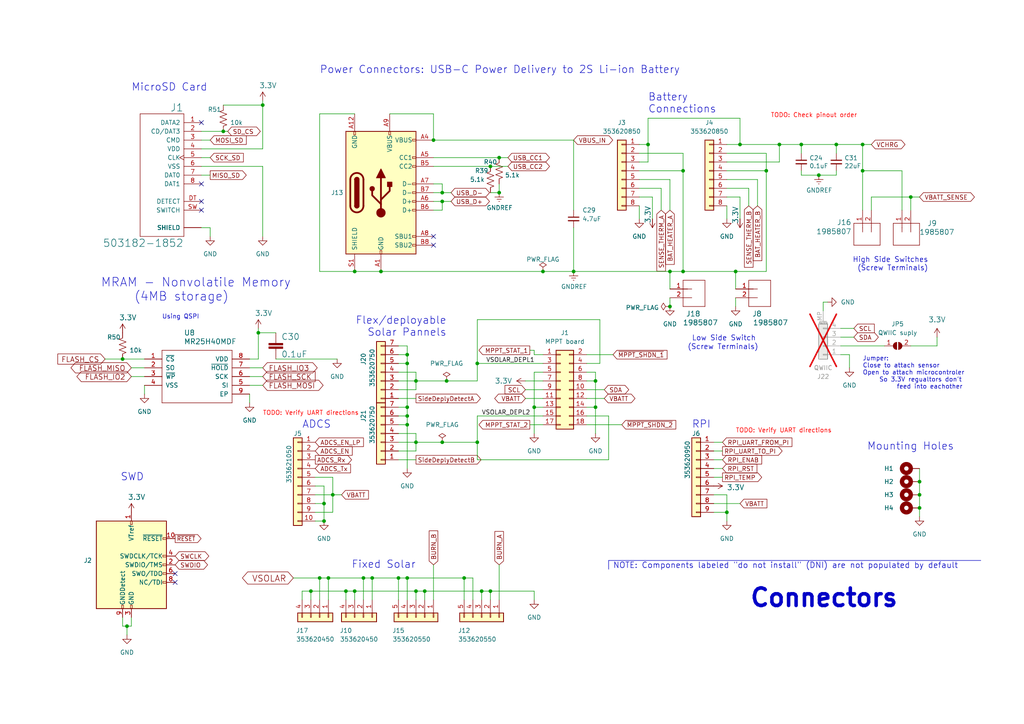
<source format=kicad_sch>
(kicad_sch (version 20230121) (generator eeschema)
  (paper "A4")
  (title_block (title "PyCubed Mainboard") (date "2024-05-14") (rev "v06b") (company "Stanford Student Space Initiative") (comment 1 "Ethan Brinser"))
  (junction (at 74.93 96.52))
  (junction (at 213.36 78.74))
  (junction (at 144.78 45.72))
  (junction (at 139.7 171.45))
  (junction (at 120.65 110.49))
  (junction (at 198.12 78.74))
  (junction (at 90.17 171.45))
  (junction (at 134.62 167.64))
  (junction (at 129.54 110.49))
  (junction (at 214.63 41.91))
  (junction (at 118.11 123.19))
  (junction (at 264.16 57.15))
  (junction (at 102.87 78.74))
  (junction (at 242.57 41.91))
  (junction (at 118.11 120.65))
  (junction (at 144.78 55.88))
  (junction (at 166.37 78.74))
  (junction (at 142.24 171.45))
  (junction (at 157.48 78.74))
  (junction (at 110.49 78.74))
  (junction (at 172.72 118.11))
  (junction (at 123.19 171.45))
  (junction (at 266.7 143.51))
  (junction (at 35.56 104.14))
  (junction (at 120.65 128.27))
  (junction (at 93.98 151.13))
  (junction (at 128.27 128.27))
  (junction (at 226.06 41.91))
  (junction (at 198.12 49.53))
  (junction (at 128.27 55.88))
  (junction (at 187.96 41.91))
  (junction (at 266.7 147.32))
  (junction (at 118.11 167.64))
  (junction (at 76.2 30.48))
  (junction (at 237.49 50.8))
  (junction (at 154.94 118.11))
  (junction (at 232.41 41.91))
  (junction (at 93.98 146.05))
  (junction (at 120.65 171.45))
  (junction (at 138.43 128.27))
  (junction (at 118.11 102.87))
  (junction (at 125.73 40.64))
  (junction (at 138.43 105.41))
  (junction (at 222.25 49.53))
  (junction (at 250.19 49.53))
  (junction (at 210.82 148.59))
  (junction (at 115.57 167.64))
  (junction (at 96.52 143.51))
  (junction (at 64.77 38.1))
  (junction (at 107.95 167.64))
  (junction (at 118.11 118.11))
  (junction (at 194.31 88.9))
  (junction (at 128.27 58.42))
  (junction (at 172.72 110.49))
  (junction (at 36.83 181.61))
  (junction (at 118.11 105.41))
  (junction (at 100.33 171.45))
  (junction (at 102.87 171.45))
  (junction (at 266.7 139.7))
  (junction (at 92.71 167.64))
  (junction (at 194.31 78.74))
  (junction (at 95.25 167.64))
  (junction (at 250.19 41.91))
  (junction (at 142.24 48.26))
  (junction (at 105.41 167.64))
  (no_connect (at 50.8 168.91))
  (no_connect (at 125.73 71.12))
  (no_connect (at 58.42 53.34))
  (no_connect (at 50.8 166.37))
  (no_connect (at 58.42 35.56))
  (no_connect (at 58.42 58.42))
  (no_connect (at 58.42 60.96))
  (no_connect (at 125.73 68.58))
  (wire (pts (xy 115.57 133.35) (xy 120.65 133.35)))
  (wire (pts (xy 166.37 66.04) (xy 166.37 78.74)))
  (wire (pts (xy 185.42 44.45) (xy 198.12 44.45)))
  (wire (pts (xy 80.01 96.52) (xy 74.93 96.52)))
  (polyline (pts (xy 176.53 165.1) (xy 176.53 162.56)))
  (wire (pts (xy 115.57 107.95) (xy 120.65 107.95)))
  (wire (pts (xy 210.82 143.51) (xy 207.01 143.51)))
  (wire (pts (xy 207.01 130.81) (xy 209.55 130.81)))
  (wire (pts (xy 138.43 105.41) (xy 157.48 105.41)))
  (wire (pts (xy 210.82 41.91) (xy 214.63 41.91)))
  (wire (pts (xy 76.2 30.48) (xy 76.2 29.21)))
  (wire (pts (xy 170.18 107.95) (xy 172.72 107.95)))
  (wire (pts (xy 96.52 143.51) (xy 91.44 143.51)))
  (wire (pts (xy 170.18 120.65) (xy 176.53 120.65)))
  (wire (pts (xy 36.83 181.61) (xy 38.1 181.61)))
  (wire (pts (xy 105.41 167.64) (xy 107.95 167.64)))
  (wire (pts (xy 76.2 48.26) (xy 76.2 68.58)))
  (wire (pts (xy 187.96 41.91) (xy 187.96 34.29)))
  (wire (pts (xy 90.17 171.45) (xy 100.33 171.45)))
  (wire (pts (xy 144.78 45.72) (xy 147.32 45.72)))
  (wire (pts (xy 64.77 30.48) (xy 76.2 30.48)))
  (wire (pts (xy 172.72 118.11) (xy 170.18 118.11)))
  (wire (pts (xy 102.87 171.45) (xy 102.87 173.99)))
  (wire (pts (xy 125.73 48.26) (xy 142.24 48.26)))
  (wire (pts (xy 92.71 78.74) (xy 92.71 33.02)))
  (wire (pts (xy 99.06 143.51) (xy 96.52 143.51)))
  (wire (pts (xy 242.57 44.45) (xy 242.57 41.91)))
  (wire (pts (xy 115.57 167.64) (xy 115.57 173.99)))
  (wire (pts (xy 90.17 171.45) (xy 90.17 173.99)))
  (wire (pts (xy 243.84 95.25) (xy 247.65 95.25)))
  (wire (pts (xy 194.31 86.36) (xy 194.31 88.9)))
  (wire (pts (xy 185.42 46.99) (xy 187.96 46.99)))
  (wire (pts (xy 207.01 138.43) (xy 209.55 138.43)))
  (wire (pts (xy 194.31 52.07) (xy 194.31 60.96)))
  (wire (pts (xy 222.25 44.45) (xy 222.25 49.53)))
  (wire (pts (xy 240.03 87.63) (xy 238.76 87.63)))
  (wire (pts (xy 142.24 48.26) (xy 147.32 48.26)))
  (wire (pts (xy 118.11 102.87) (xy 118.11 105.41)))
  (wire (pts (xy 128.27 128.27) (xy 138.43 128.27)))
  (wire (pts (xy 194.31 52.07) (xy 185.42 52.07)))
  (wire (pts (xy 232.41 50.8) (xy 232.41 49.53)))
  (wire (pts (xy 120.65 113.03) (xy 120.65 110.49)))
  (wire (pts (xy 266.7 143.51) (xy 266.7 147.32)))
  (wire (pts (xy 152.4 110.49) (xy 157.48 110.49)))
  (wire (pts (xy 93.98 151.13) (xy 93.98 146.05)))
  (wire (pts (xy 64.77 38.1) (xy 66.04 38.1)))
  (wire (pts (xy 125.73 33.02) (xy 125.73 40.64)))
  (wire (pts (xy 115.57 120.65) (xy 118.11 120.65)))
  (wire (pts (xy 58.42 45.72) (xy 60.96 45.72)))
  (wire (pts (xy 138.43 105.41) (xy 138.43 110.49)))
  (wire (pts (xy 266.7 139.7) (xy 266.7 143.51)))
  (wire (pts (xy 250.19 49.53) (xy 261.62 49.53)))
  (wire (pts (xy 115.57 102.87) (xy 118.11 102.87)))
  (wire (pts (xy 138.43 128.27) (xy 138.43 133.35)))
  (wire (pts (xy 185.42 59.69) (xy 185.42 63.5)))
  (wire (pts (xy 154.94 118.11) (xy 157.48 118.11)))
  (wire (pts (xy 118.11 167.64) (xy 134.62 167.64)))
  (wire (pts (xy 115.57 110.49) (xy 120.65 110.49)))
  (wire (pts (xy 128.27 60.96) (xy 128.27 58.42)))
  (wire (pts (xy 157.48 78.74) (xy 110.49 78.74)))
  (wire (pts (xy 213.36 83.82) (xy 213.36 78.74)))
  (wire (pts (xy 76.2 43.18) (xy 76.2 30.48)))
  (wire (pts (xy 118.11 105.41) (xy 118.11 118.11)))
  (wire (pts (xy 172.72 125.73) (xy 172.72 118.11)))
  (wire (pts (xy 58.42 40.64) (xy 60.96 40.64)))
  (wire (pts (xy 125.73 60.96) (xy 128.27 60.96)))
  (wire (pts (xy 271.78 100.33) (xy 264.16 100.33)))
  (wire (pts (xy 142.24 171.45) (xy 154.94 171.45)))
  (wire (pts (xy 72.39 104.14) (xy 74.93 104.14)))
  (wire (pts (xy 250.19 41.91) (xy 250.19 49.53)))
  (wire (pts (xy 93.98 140.97) (xy 91.44 140.97)))
  (wire (pts (xy 120.65 107.95) (xy 120.65 110.49)))
  (wire (pts (xy 128.27 58.42) (xy 125.73 58.42)))
  (wire (pts (xy 166.37 40.64) (xy 166.37 60.96)))
  (wire (pts (xy 246.38 102.87) (xy 243.84 102.87)))
  (wire (pts (xy 170.18 105.41) (xy 173.99 105.41)))
  (wire (pts (xy 144.78 163.83) (xy 144.78 173.99)))
  (wire (pts (xy 120.65 130.81) (xy 120.65 128.27)))
  (wire (pts (xy 118.11 167.64) (xy 118.11 173.99)))
  (wire (pts (xy 87.63 173.99) (xy 87.63 171.45)))
  (wire (pts (xy 176.53 133.35) (xy 176.53 120.65)))
  (wire (pts (xy 58.42 66.04) (xy 60.96 66.04)))
  (wire (pts (xy 118.11 135.89) (xy 118.11 123.19)))
  (wire (pts (xy 226.06 41.91) (xy 232.41 41.91)))
  (wire (pts (xy 194.31 78.74) (xy 198.12 78.74)))
  (wire (pts (xy 213.36 78.74) (xy 222.25 78.74)))
  (wire (pts (xy 166.37 78.74) (xy 194.31 78.74)))
  (wire (pts (xy 266.7 135.89) (xy 266.7 139.7)))
  (wire (pts (xy 76.2 106.68) (xy 72.39 106.68)))
  (wire (pts (xy 264.16 57.15) (xy 252.73 57.15)))
  (wire (pts (xy 87.63 171.45) (xy 90.17 171.45)))
  (wire (pts (xy 266.7 147.32) (xy 266.7 149.86)))
  (wire (pts (xy 95.25 167.64) (xy 95.25 173.99)))
  (wire (pts (xy 30.48 104.14) (xy 35.56 104.14)))
  (wire (pts (xy 152.4 113.03) (xy 157.48 113.03)))
  (wire (pts (xy 138.43 133.35) (xy 176.53 133.35)))
  (wire (pts (xy 128.27 53.34) (xy 128.27 55.88)))
  (wire (pts (xy 154.94 107.95) (xy 154.94 118.11)))
  (wire (pts (xy 154.94 101.6) (xy 154.94 102.87)))
  (wire (pts (xy 222.25 49.53) (xy 222.25 78.74)))
  (wire (pts (xy 210.82 46.99) (xy 226.06 46.99)))
  (wire (pts (xy 100.33 171.45) (xy 102.87 171.45)))
  (wire (pts (xy 134.62 167.64) (xy 137.16 167.64)))
  (wire (pts (xy 237.49 50.8) (xy 242.57 50.8)))
  (wire (pts (xy 210.82 59.69) (xy 210.82 63.5)))
  (wire (pts (xy 102.87 78.74) (xy 92.71 78.74)))
  (wire (pts (xy 191.77 54.61) (xy 191.77 60.96)))
  (wire (pts (xy 102.87 78.74) (xy 110.49 78.74)))
  (wire (pts (xy 138.43 92.71) (xy 173.99 92.71)))
  (wire (pts (xy 76.2 109.22) (xy 72.39 109.22)))
  (wire (pts (xy 210.82 57.15) (xy 214.63 57.15)))
  (wire (pts (xy 189.23 63.5) (xy 189.23 57.15)))
  (wire (pts (xy 115.57 128.27) (xy 120.65 128.27)))
  (wire (pts (xy 198.12 78.74) (xy 213.36 78.74)))
  (wire (pts (xy 142.24 171.45) (xy 142.24 173.99)))
  (wire (pts (xy 198.12 44.45) (xy 198.12 49.53)))
  (wire (pts (xy 118.11 123.19) (xy 118.11 120.65)))
  (wire (pts (xy 35.56 104.14) (xy 41.91 104.14)))
  (wire (pts (xy 166.37 40.64) (xy 125.73 40.64)))
  (wire (pts (xy 214.63 63.5) (xy 214.63 57.15)))
  (wire (pts (xy 185.42 41.91) (xy 187.96 41.91)))
  (wire (pts (xy 252.73 41.91) (xy 250.19 41.91)))
  (wire (pts (xy 210.82 54.61) (xy 217.17 54.61)))
  (wire (pts (xy 107.95 167.64) (xy 107.95 173.99)))
  (wire (pts (xy 72.39 114.3) (xy 72.39 116.84)))
  (wire (pts (xy 85.09 167.64) (xy 92.71 167.64)))
  (wire (pts (xy 217.17 54.61) (xy 217.17 59.69)))
  (wire (pts (xy 96.52 143.51) (xy 96.52 138.43)))
  (wire (pts (xy 243.84 97.79) (xy 247.65 97.79)))
  (wire (pts (xy 115.57 125.73) (xy 120.65 125.73)))
  (wire (pts (xy 261.62 49.53) (xy 261.62 60.96)))
  (wire (pts (xy 207.01 133.35) (xy 209.55 133.35)))
  (wire (pts (xy 250.19 49.53) (xy 250.19 60.96)))
  (wire (pts (xy 128.27 55.88) (xy 130.81 55.88)))
  (wire (pts (xy 271.78 97.79) (xy 271.78 100.33)))
  (wire (pts (xy 95.25 167.64) (xy 105.41 167.64)))
  (wire (pts (xy 219.71 52.07) (xy 219.71 59.69)))
  (wire (pts (xy 264.16 57.15) (xy 264.16 60.96)))
  (wire (pts (xy 153.67 101.6) (xy 154.94 101.6)))
  (wire (pts (xy 60.96 66.04) (xy 60.96 68.58)))
  (wire (pts (xy 187.96 34.29) (xy 214.63 34.29)))
  (wire (pts (xy 170.18 123.19) (xy 180.34 123.19)))
  (wire (pts (xy 198.12 49.53) (xy 198.12 78.74)))
  (wire (pts (xy 154.94 102.87) (xy 157.48 102.87)))
  (wire (pts (xy 91.44 148.59) (xy 96.52 148.59)))
  (wire (pts (xy 129.54 110.49) (xy 120.65 110.49)))
  (wire (pts (xy 207.01 148.59) (xy 210.82 148.59)))
  (wire (pts (xy 191.77 54.61) (xy 185.42 54.61)))
  (wire (pts (xy 115.57 105.41) (xy 118.11 105.41)))
  (wire (pts (xy 210.82 44.45) (xy 222.25 44.45)))
  (wire (pts (xy 120.65 128.27) (xy 128.27 128.27)))
  (wire (pts (xy 38.1 179.07) (xy 38.1 181.61)))
  (wire (pts (xy 157.48 107.95) (xy 154.94 107.95)))
  (wire (pts (xy 138.43 110.49) (xy 129.54 110.49)))
  (wire (pts (xy 91.44 151.13) (xy 93.98 151.13)))
  (wire (pts (xy 115.57 123.19) (xy 118.11 123.19)))
  (wire (pts (xy 80.01 104.14) (xy 97.79 104.14)))
  (wire (pts (xy 74.93 104.14) (xy 74.93 96.52)))
  (wire (pts (xy 125.73 53.34) (xy 128.27 53.34)))
  (wire (pts (xy 113.03 33.02) (xy 125.73 33.02)))
  (wire (pts (xy 170.18 102.87) (xy 177.8 102.87)))
  (wire (pts (xy 138.43 120.65) (xy 138.43 128.27)))
  (wire (pts (xy 115.57 113.03) (xy 120.65 113.03)))
  (wire (pts (xy 115.57 167.64) (xy 118.11 167.64)))
  (wire (pts (xy 125.73 163.83) (xy 125.73 173.99)))
  (wire (pts (xy 242.57 50.8) (xy 242.57 49.53)))
  (wire (pts (xy 115.57 115.57) (xy 120.65 115.57)))
  (wire (pts (xy 210.82 148.59) (xy 210.82 151.13)))
  (wire (pts (xy 214.63 34.29) (xy 214.63 41.91)))
  (wire (pts (xy 173.99 92.71) (xy 173.99 105.41)))
  (wire (pts (xy 210.82 52.07) (xy 219.71 52.07)))
  (wire (pts (xy 154.94 171.45) (xy 154.94 173.99)))
  (wire (pts (xy 118.11 118.11) (xy 115.57 118.11)))
  (wire (pts (xy 154.94 125.73) (xy 154.94 118.11)))
  (wire (pts (xy 36.83 181.61) (xy 36.83 184.15)))
  (wire (pts (xy 144.78 55.88) (xy 144.78 53.34)))
  (wire (pts (xy 232.41 50.8) (xy 237.49 50.8)))
  (wire (pts (xy 100.33 171.45) (xy 100.33 173.99)))
  (wire (pts (xy 207.01 128.27) (xy 209.55 128.27)))
  (wire (pts (xy 214.63 41.91) (xy 226.06 41.91)))
  (wire (pts (xy 91.44 146.05) (xy 93.98 146.05)))
  (wire (pts (xy 91.44 138.43) (xy 96.52 138.43)))
  (wire (pts (xy 123.19 171.45) (xy 139.7 171.45)))
  (wire (pts (xy 125.73 45.72) (xy 144.78 45.72)))
  (wire (pts (xy 96.52 148.59) (xy 96.52 143.51)))
  (wire (pts (xy 139.7 171.45) (xy 142.24 171.45)))
  (wire (pts (xy 115.57 130.81) (xy 120.65 130.81)))
  (wire (pts (xy 172.72 110.49) (xy 172.72 118.11)))
  (wire (pts (xy 194.31 83.82) (xy 194.31 78.74)))
  (wire (pts (xy 138.43 120.65) (xy 157.48 120.65)))
  (wire (pts (xy 35.56 179.07) (xy 35.56 181.61)))
  (wire (pts (xy 210.82 49.53) (xy 222.25 49.53)))
  (wire (pts (xy 187.96 46.99) (xy 187.96 41.91)))
  (wire (pts (xy 142.24 55.88) (xy 144.78 55.88)))
  (wire (pts (xy 105.41 167.64) (xy 105.41 173.99)))
  (wire (pts (xy 76.2 111.76) (xy 72.39 111.76)))
  (wire (pts (xy 207.01 135.89) (xy 209.55 135.89)))
  (wire (pts (xy 166.37 78.74) (xy 157.48 78.74)))
  (wire (pts (xy 172.72 107.95) (xy 172.72 110.49)))
  (wire (pts (xy 123.19 171.45) (xy 123.19 173.99)))
  (wire (pts (xy 246.38 106.68) (xy 246.38 102.87)))
  (wire (pts (xy 226.06 41.91) (xy 226.06 46.99)))
  (wire (pts (xy 266.7 57.15) (xy 264.16 57.15)))
  (wire (pts (xy 58.42 43.18) (xy 76.2 43.18)))
  (wire (pts (xy 139.7 171.45) (xy 139.7 173.99)))
  (wire (pts (xy 170.18 115.57) (xy 175.26 115.57)))
  (wire (pts (xy 58.42 38.1) (xy 64.77 38.1)))
  (wire (pts (xy 120.65 128.27) (xy 120.65 125.73)))
  (wire (pts (xy 128.27 58.42) (xy 130.81 58.42)))
  (wire (pts (xy 102.87 171.45) (xy 120.65 171.45)))
  (wire (pts (xy 238.76 87.63) (xy 238.76 90.17)))
  (wire (pts (xy 170.18 113.03) (xy 175.26 113.03)))
  (wire (pts (xy 92.71 167.64) (xy 95.25 167.64)))
  (wire (pts (xy 243.84 100.33) (xy 256.54 100.33)))
  (wire (pts (xy 115.57 100.33) (xy 118.11 100.33)))
  (wire (pts (xy 252.73 57.15) (xy 252.73 60.96)))
  (wire (pts (xy 41.91 111.76) (xy 41.91 114.3)))
  (wire (pts (xy 93.98 146.05) (xy 93.98 140.97)))
  (wire (pts (xy 92.71 33.02) (xy 102.87 33.02)))
  (wire (pts (xy 137.16 167.64) (xy 137.16 173.99)))
  (wire (pts (xy 38.1 106.68) (xy 41.91 106.68)))
  (wire (pts (xy 185.42 49.53) (xy 198.12 49.53)))
  (wire (pts (xy 74.93 96.52) (xy 74.93 95.25)))
  (wire (pts (xy 170.18 110.49) (xy 172.72 110.49)))
  (wire (pts (xy 134.62 167.64) (xy 134.62 173.99)))
  (wire (pts (xy 185.42 57.15) (xy 189.23 57.15)))
  (wire (pts (xy 138.43 92.71) (xy 138.43 105.41)))
  (wire (pts (xy 210.82 143.51) (xy 210.82 148.59)))
  (wire (pts (xy 92.71 167.64) (xy 92.71 173.99)))
  (wire (pts (xy 120.65 171.45) (xy 120.65 173.99)))
  (wire (pts (xy 120.65 171.45) (xy 123.19 171.45)))
  (wire (pts (xy 128.27 55.88) (xy 125.73 55.88)))
  (wire (pts (xy 207.01 146.05) (xy 214.63 146.05)))
  (wire (pts (xy 232.41 44.45) (xy 232.41 41.91)))
  (wire (pts (xy 213.36 86.36) (xy 213.36 88.9)))
  (wire (pts (xy 58.42 50.8) (xy 60.96 50.8)))
  (wire (pts (xy 242.57 41.91) (xy 250.19 41.91)))
  (wire (pts (xy 118.11 100.33) (xy 118.11 102.87)))
  (polyline (pts (xy 176.53 162.56) (xy 284.48 162.56)))
  (wire (pts (xy 152.4 115.57) (xy 157.48 115.57)))
  (wire (pts (xy 153.67 123.19) (xy 157.48 123.19)))
  (wire (pts (xy 58.42 48.26) (xy 76.2 48.26)))
  (wire (pts (xy 107.95 167.64) (xy 115.57 167.64)))
  (wire (pts (xy 118.11 118.11) (xy 118.11 120.65)))
  (wire (pts (xy 232.41 41.91) (xy 242.57 41.91)))
  (wire (pts (xy 38.1 109.22) (xy 41.91 109.22)))
  (wire (pts (xy 35.56 181.61) (xy 36.83 181.61)))
  (text "Flex/deployable\nSolar Pannels\n" (at 129.54 97.79 0) (effects (font (size 2.159 2.159)) (justify right bottom)))
  (text "TODO: Verify UART directions" (at 76.2 120.65 0) (effects (font (size 1.27 1.27)) (justify left bottom)))
  (text "Jumper:\nClose to attach sensor\nOpen to attach microcontroler\n	So 3.3V regualtors don't\n		feed into eachother" (at 250.19 113.03 0) (effects (font (size 1.27 1.27)) (justify left bottom)))
  (text "RPI" (at 200.66 124.46 0) (effects (font (size 2.159 2.159)) (justify left bottom)))
  (text "Power Connectors: USB-C Power Delivery to 2S Li-ion Battery" (at 92.71 21.59 0) (effects (font (size 2.159 2.159)) (justify left bottom)))
  (text "NOTE: Components labeled \"do not install\" (DNI) are not populated by default" (at 177.8 165.1 0) (effects (font (size 1.651 1.651)) (justify left bottom)))
  (text "ADCS" (at 87.63 124.46 0) (effects (font (size 2.159 2.159)) (justify left bottom)))
  (text "TODO: Check pinout order" (at 223.52 34.29 0) (effects (font (size 1.27 1.27)) (justify left bottom)))
  (text "High Side Switches\n(Screw Terminals)" (at 269.24 78.74 0) (effects (font (size 1.4986 1.4986)) (justify right bottom)))
  (text "Connectors" (at 217.17 176.53 0) (effects (font (size 5.08 5.08) (thickness 1.016) bold) (justify left bottom)))
  (text "Battery\nConnections" (at 187.96 33.02 0) (effects (font (size 2.159 2.159)) (justify left bottom)))
  (text "Low Side Switch" (at 200.66 99.06 0) (effects (font (size 1.4986 1.4986)) (justify left bottom)))
  (text "TODO: Verify UART directions" (at 213.36 125.73 0) (effects (font (size 1.27 1.27)) (justify left bottom)))
  (text "MRAM - Nonvolatile Memory\n     (4MB storage)" (at 29.21 87.63 0) (effects (font (size 2.54 2.54)) (justify left bottom)))
  (text "MicroSD Card" (at 38.1 26.67 0) (effects (font (size 2.159 2.159)) (justify left bottom)))
  (text "Fixed Solar\n" (at 120.65 165.1 0) (effects (font (size 2.159 2.159)) (justify right bottom)))
  (text "Using QSPI" (at 46.99 92.71 0) (effects (font (size 1.27 1.27)) (justify left bottom)))
  (text "SWD" (at 34.925 139.7 0) (effects (font (size 2.159 2.159)) (justify left bottom)))
  (text "(Screw Terminals)" (at 199.39 101.6 0) (effects (font (size 1.4986 1.4986)) (justify left bottom)))
  (text "Mounting Holes" (at 251.46 130.81 0) (effects (font (size 2.159 2.159)) (justify left bottom)))
  (label "VSOLAR_DEPL1" (at 140.97 105.41 0))
  (label "VSOLAR_DEPL2" (at 139.7 120.65 0))
  (global_label "SD_CS" (shape bidirectional) (at 66.04 38.1 0) (property "Intersheetrefs" "${INTERSHEET_REFS}" (effects hide)))
  (global_label "SCL" (shape input) (at 247.65 95.25 0) (property "Intersheetrefs" "${INTERSHEET_REFS}" (effects hide)))
  (global_label "SWDIO" (shape bidirectional) (at 50.8 163.83 0) (property "Intersheetrefs" "${INTERSHEET_REFS}" (effects hide)))
  (global_label "MISO_SD" (shape output) (at 60.96 50.8 0) (property "Intersheetrefs" "${INTERSHEET_REFS}" (effects hide)))
  (global_label "~{RESET}" (shape output) (at 50.8 156.21 0) (effects (font (size 1.1684 1.1684))) (property "Intersheetrefs" "${INTERSHEET_REFS}" (effects hide)))
  (global_label "RPI_UART_TO_PI" (shape output) (at 209.55 130.81 0) (property "Intersheetrefs" "${INTERSHEET_REFS}" (effects hide)))
  (global_label "FLASH_CS" (shape input) (at 30.48 104.14 180) (effects (font (size 1.4986 1.4986))) (property "Intersheetrefs" "${INTERSHEET_REFS}" (effects hide)))
  (global_label "SideDeplyDetectA" (shape output) (at 120.65 115.57 0) (property "Intersheetrefs" "${INTERSHEET_REFS}" (effects hide)))
  (global_label "SCK_SD" (shape input) (at 60.96 45.72 0) (property "Intersheetrefs" "${INTERSHEET_REFS}" (effects hide)))
  (global_label "VBATT" (shape input) (at 99.06 143.51 0) (property "Intersheetrefs" "${INTERSHEET_REFS}" (effects hide)))
  (global_label "FLASH_SCK" (shape input) (at 76.2 109.22 0) (effects (font (size 1.4986 1.4986))) (property "Intersheetrefs" "${INTERSHEET_REFS}" (effects hide)))
  (global_label "SENSE_THERM_A" (shape input) (at 191.77 60.96 270) (property "Intersheetrefs" "${INTERSHEET_REFS}" (effects hide)))
  (global_label "ADCS_EN_LP" (shape input) (at 91.44 128.27 0) (property "Intersheetrefs" "${INTERSHEET_REFS}" (effects hide)))
  (global_label "VSOLAR" (shape bidirectional) (at 85.09 167.64 180) (effects (font (size 1.778 1.778))) (property "Intersheetrefs" "${INTERSHEET_REFS}" (effects hide)))
  (global_label "VCHRG" (shape bidirectional) (at 252.73 41.91 0) (property "Intersheetrefs" "${INTERSHEET_REFS}" (effects hide)))
  (global_label "BURN_B" (shape input) (at 125.73 163.83 90) (property "Intersheetrefs" "${INTERSHEET_REFS}" (effects hide)))
  (global_label "FLASH_MISO" (shape bidirectional) (at 38.1 106.68 180) (effects (font (size 1.4986 1.4986))) (property "Intersheetrefs" "${INTERSHEET_REFS}" (effects hide)))
  (global_label "FLASH_IO2" (shape bidirectional) (at 38.1 109.22 180) (effects (font (size 1.4986 1.4986))) (property "Intersheetrefs" "${INTERSHEET_REFS}" (effects hide)))
  (global_label "USB_D+" (shape bidirectional) (at 130.81 58.42 0) (property "Intersheetrefs" "${INTERSHEET_REFS}" (effects hide)))
  (global_label "ADCS_Rx" (shape output) (at 91.44 133.35 0) (property "Intersheetrefs" "${INTERSHEET_REFS}" (effects hide)))
  (global_label "~{MPPT_SHDN_1}" (shape input) (at 177.8 102.87 0) (property "Intersheetrefs" "${INTERSHEET_REFS}" (effects hide)))
  (global_label "BAT_HEATER_A" (shape input) (at 194.31 60.96 270) (property "Intersheetrefs" "${INTERSHEET_REFS}" (effects hide)))
  (global_label "VBATT" (shape input) (at 214.63 146.05 0) (property "Intersheetrefs" "${INTERSHEET_REFS}" (effects hide)))
  (global_label "RPI_UART_FROM_PI" (shape input) (at 209.55 128.27 0) (property "Intersheetrefs" "${INTERSHEET_REFS}" (effects hide)))
  (global_label "ADCS_Tx" (shape input) (at 91.44 135.89 0) (property "Intersheetrefs" "${INTERSHEET_REFS}" (effects hide)))
  (global_label "RPI_ENAB" (shape input) (at 209.55 133.35 0) (property "Intersheetrefs" "${INTERSHEET_REFS}" (effects hide)))
  (global_label "ADCS_EN" (shape input) (at 91.44 130.81 0) (property "Intersheetrefs" "${INTERSHEET_REFS}" (effects hide)))
  (global_label "SideDeplyDetectB" (shape output) (at 120.65 133.35 0) (property "Intersheetrefs" "${INTERSHEET_REFS}" (effects hide)))
  (global_label "SDA" (shape bidirectional) (at 175.26 113.03 0) (property "Intersheetrefs" "${INTERSHEET_REFS}" (effects hide)))
  (global_label "RPI_TEMP" (shape output) (at 209.55 138.43 0) (property "Intersheetrefs" "${INTERSHEET_REFS}" (effects hide)))
  (global_label "SENSE_THERM_B" (shape input) (at 217.17 59.69 270) (property "Intersheetrefs" "${INTERSHEET_REFS}" (effects hide)))
  (global_label "FLASH_MOSI" (shape bidirectional) (at 76.2 111.76 0) (effects (font (size 1.4986 1.4986))) (property "Intersheetrefs" "${INTERSHEET_REFS}" (effects hide)))
  (global_label "~{MPPT_SHDN_2}" (shape input) (at 180.34 123.19 0) (property "Intersheetrefs" "${INTERSHEET_REFS}" (effects hide)))
  (global_label "SWCLK" (shape bidirectional) (at 50.8 161.29 0) (property "Intersheetrefs" "${INTERSHEET_REFS}" (effects hide)))
  (global_label "VBATT_SENSE" (shape bidirectional) (at 266.7 57.15 0) (property "Intersheetrefs" "${INTERSHEET_REFS}" (effects hide)))
  (global_label "SCL" (shape input) (at 152.4 113.03 180) (property "Intersheetrefs" "${INTERSHEET_REFS}" (effects hide)))
  (global_label "MOSI_SD" (shape input) (at 60.96 40.64 0) (property "Intersheetrefs" "${INTERSHEET_REFS}" (effects hide)))
  (global_label "USB_CC2" (shape bidirectional) (at 147.32 48.26 0) (property "Intersheetrefs" "${INTERSHEET_REFS}" (effects hide)))
  (global_label "USB_CC1" (shape bidirectional) (at 147.32 45.72 0) (property "Intersheetrefs" "${INTERSHEET_REFS}" (effects hide)))
  (global_label "BURN_A" (shape input) (at 144.78 163.83 90) (property "Intersheetrefs" "${INTERSHEET_REFS}" (effects hide)))
  (global_label "USB_D-" (shape bidirectional) (at 130.81 55.88 0) (property "Intersheetrefs" "${INTERSHEET_REFS}" (effects hide)))
  (global_label "FLASH_IO3" (shape bidirectional) (at 76.2 106.68 0) (effects (font (size 1.4986 1.4986))) (property "Intersheetrefs" "${INTERSHEET_REFS}" (effects hide)))
  (global_label "SDA" (shape bidirectional) (at 247.65 97.79 0) (property "Intersheetrefs" "${INTERSHEET_REFS}" (effects hide)))
  (global_label "VBATT" (shape bidirectional) (at 152.4 115.57 180) (property "Intersheetrefs" "${INTERSHEET_REFS}" (effects hide)))
  (global_label "MPPT_STAT_2" (shape output) (at 153.67 123.19 180) (property "Intersheetrefs" "${INTERSHEET_REFS}" (effects hide)))
  (global_label "RPI_RST" (shape input) (at 209.55 135.89 0) (property "Intersheetrefs" "${INTERSHEET_REFS}" (effects hide)))
  (global_label "MPPT_STAT_1" (shape output) (at 153.67 101.6 180) (property "Intersheetrefs" "${INTERSHEET_REFS}" (effects hide)))
  (global_label "VBUS_IN" (shape bidirectional) (at 166.37 40.64 0) (property "Intersheetrefs" "${INTERSHEET_REFS}" (effects hide)))
  (global_label "BAT_HEATER_B" (shape input) (at 219.71 59.69 270) (property "Intersheetrefs" "${INTERSHEET_REFS}" (effects hide)))
  (global_label "VBATT" (shape bidirectional) (at 175.26 115.57 0) (property "Intersheetrefs" "${INTERSHEET_REFS}" (effects hide)))
  (symbol (lib_id "mainboard:503182-1852") (at 53.34 50.8 0) (mirror y) (unit 1)
    (property "Reference" "J1" (at 53.34 32.4358 0) (effects (font (size 2.159 2.159)) (justify left bottom)))
    (property "Value" "503182-1852" (at 53.34 71.7296 0) (effects (font (size 2.159 2.159)) (justify left bottom)))
    (property "Footprint" "mainboard:MOLEX_503182-1852" (effects hide))
    (property "Datasheet" "https://www.molex.com/pdm_docs/sd/5031821852_sd.pdf" (effects hide))
    (property "Description" "Molex microSD Card Socket" (effects hide))
    (property "Flight" "5031821852" (effects hide))
    (property "Manufacturer_Name" "Molex" (effects hide))
    (property "Manufacturer_Part_Number" "5031821852" (effects hide))
    (property "Proto" "5031821852" (effects hide))
  )
  (symbol (lib_id "mainboard:MR25H40MDF") (at 41.91 104.14 0) (unit 1)
    (property "Reference" "U8" (at 53.34 96.52 0) (effects (font (size 1.4986 1.4986)) (justify left)))
    (property "Value" "MR25H40MDF" (at 53.34 99.06 0) (effects (font (size 1.4986 1.4986)) (justify left)))
    (property "Footprint" "mainboard:SON127P600X500X90-9N" (effects hide))
    (property "Datasheet" "https://www.winbond.com/resource-files/w25q80dv%20dl_revh_10022015.pdf" (effects hide))
    (property "Description" "Non-Volatile Memory" (effects hide))
    (property "Flight" "MR25H40MDF" (effects hide))
    (property "Manufacturer_Name" "Everspin Technologies Inc." (effects hide))
    (property "Manufacturer_Part_Number" "W25Q80DVSNIG" (effects hide))
    (property "Proto" "W25Q80DVSNIG" (effects hide))
  )
  (symbol (lib_id "mainboard:2.2UF-0603-10V-20%") (at 80.01 101.6 0) (unit 1)
    (property "Reference" "C30" (at 81.534 98.679 0) (effects (font (size 1.778 1.778)) (justify left bottom)))
    (property "Value" "0.1uF" (at 81.534 103.759 0) (effects (font (size 1.778 1.778)) (justify left bottom)))
    (property "Footprint" "Capacitor_SMD:C_0603_1608Metric" (effects hide))
    (property "Description" "0.1uF +-10% 50V X7R 0603" (effects hide))
  )
  (symbol (lib_id "Device:C_Small") (at 232.41 46.99 0) (unit 1)
    (property "Reference" "C24" (at 234.7468 45.8216 0) (effects (justify left)))
    (property "Value" "0.1uF" (at 234.7468 48.133 0) (effects (justify left)))
    (property "Footprint" "Capacitor_SMD:C_0603_1608Metric" (effects hide))
    (property "Description" "0.1uF +-10% 50V X7R 0603" (effects hide))
  )
  (symbol (lib_id "Device:C_Small") (at 242.57 46.99 0) (unit 1)
    (property "Reference" "C31" (at 244.9068 45.8216 0) (effects (justify left)))
    (property "Value" "22uF" (at 244.9068 48.133 0) (effects (justify left)))
    (property "Footprint" "Capacitor_SMD:C_0603_1608Metric" (effects hide))
    (property "Description" "22uF +-20% 10V X5R" (effects hide))
  )
  (symbol (lib_id "Device:R_US") (at 64.77 34.29 0) (mirror x) (unit 1)
    (property "Reference" "R51" (at 62.23 31.75 0))
    (property "Value" "10k" (at 68.58 35.56 0))
    (property "Footprint" "Resistor_SMD:R_0603_1608Metric" (effects hide))
    (property "Description" "10k 0603" (effects hide))
  )
  (symbol (lib_id "Device:R_US") (at 35.56 100.33 0) (mirror x) (unit 1)
    (property "Reference" "R50" (at 33.02 97.79 0))
    (property "Value" "10k" (at 39.37 101.6 0))
    (property "Footprint" "Resistor_SMD:R_0603_1608Metric" (effects hide))
    (property "Description" "10k 0603" (effects hide))
  )
  (symbol (lib_id "mainboard:3.3V") (at 35.56 96.52 0) (unit 1)
    (property "Reference" "#SUPPLY0116" (effects hide))
    (property "Value" "3.3V" (at 34.544 92.964 0) (effects (font (size 1.4986 1.4986)) (justify left bottom)))
  )
  (symbol (lib_id "Device:R_US") (at 144.78 49.53 0) (mirror x) (unit 1)
    (property "Reference" "R40" (at 142.24 46.99 0))
    (property "Value" "5.1k" (at 148.59 50.8 0))
    (property "Footprint" "Resistor_SMD:R_0603_1608Metric" (effects hide))
    (property "Description" "5.1k 0603" (effects hide))
  )
  (symbol (lib_id "Device:R_US") (at 142.24 52.07 0) (mirror x) (unit 1)
    (property "Reference" "R39" (at 139.7 49.53 0))
    (property "Value" "5.1k" (at 138.43 52.07 0))
    (property "Footprint" "Resistor_SMD:R_0603_1608Metric" (effects hide))
    (property "Description" "5.1k 0603" (effects hide))
  )
  (symbol (lib_id "power:GNDREF") (at 144.78 55.88 0) (unit 1)
    (property "Reference" "#PWR0107" (effects hide))
    (property "Value" "GNDREF" (at 144.907 60.2742 0))
  )
  (symbol (lib_id "Device:C_Small") (at 166.37 63.5 0) (unit 1)
    (property "Reference" "C29" (at 168.91 60.96 0) (effects (justify left)))
    (property "Value" "4.7uF" (at 168.91 63.5 0) (effects (justify left)))
    (property "Footprint" "Capacitor_SMD:C_0603_1608Metric" (effects hide))
    (property "Description" "4.7uF +-20% 10V X5R" (effects hide))
  )
  (symbol (lib_id "power:GNDREF") (at 166.37 78.74 0) (unit 1)
    (property "Reference" "#PWR0101" (effects hide))
    (property "Value" "GNDREF" (at 166.497 83.1342 0))
  )
  (symbol (lib_id "power:GNDREF") (at 237.49 50.8 0) (unit 1)
    (property "Reference" "#PWR0109" (effects hide))
    (property "Value" "GNDREF" (at 237.617 55.1942 0))
  )
  (symbol (lib_id "mainboard:USB_C_pycubed") (at 110.49 55.88 0) (unit 1)
    (property "Reference" "J13" (at 99.5934 55.88 0) (effects (justify right)))
    (property "Value" "USB_C_pycubed" (effects hide))
    (property "Footprint" "mainboard:USB_C_Receptacle_XKB_U262-161N-4BVC11" (effects hide))
  )
  (symbol (lib_id "Mechanical:MountingHole_Pad") (at 264.16 135.89 90) (unit 1) (in_bom no)
    (property "Reference" "H1" (at 257.81 135.89 90))
    (property "Value" "MountingHole_Pad" (effects hide))
    (property "Footprint" "MountingHole:MountingHole_3.2mm_M3_DIN965_Pad" (effects hide))
    (property "DNI" "DNI" (effects hide))
  )
  (symbol (lib_id "Mechanical:MountingHole_Pad") (at 264.16 139.7 90) (unit 1) (in_bom no)
    (property "Reference" "H2" (at 257.81 139.7 90))
    (property "Value" "MountingHole_Pad" (effects hide))
    (property "Footprint" "MountingHole:MountingHole_3.2mm_M3_DIN965_Pad" (effects hide))
    (property "DNI" "DNI" (effects hide))
  )
  (symbol (lib_id "Mechanical:MountingHole_Pad") (at 264.16 143.51 90) (unit 1) (in_bom no)
    (property "Reference" "H3" (at 257.81 143.51 90))
    (property "Value" "MountingHole_Pad" (effects hide))
    (property "Footprint" "MountingHole:MountingHole_3.2mm_M3_DIN965_Pad" (effects hide))
    (property "DNI" "DNI" (effects hide))
  )
  (symbol (lib_id "Mechanical:MountingHole_Pad") (at 264.16 147.32 90) (unit 1) (in_bom no)
    (property "Reference" "H4" (at 257.81 147.32 90))
    (property "Value" "MountingHole_Pad" (effects hide))
    (property "Footprint" "MountingHole:MountingHole_3.2mm_M3_DIN965_Pad" (effects hide))
    (property "DNI" "DNI" (effects hide))
  )
  (symbol (lib_id "mainboard:1985807") (at 261.62 68.58 270) (mirror x) (unit 1)
    (property "Reference" "J9" (at 271.78 64.77 90) (effects (font (size 1.4986 1.4986)) (justify right)))
    (property "Value" "1985807" (at 276.86 67.31 90) (effects (font (size 1.4986 1.4986)) (justify right)))
    (property "Footprint" "mainboard:SCREWTERMINAL-3.5MM-2_LOCK" (effects hide))
    (property "Datasheet" "https://www.mouser.com/datasheet/2/324/4/1985807-1458929.pdf" (effects hide))
    (property "Description" "2-pin Screw Terminal - Side Entry" (effects hide))
    (property "Flight" "1985807" (effects hide))
    (property "Manufacturer_Name" "Phoenix Contact" (effects hide))
    (property "Manufacturer_Part_Number" "1985807" (effects hide))
    (property "Proto" "1985807" (effects hide))
  )
  (symbol (lib_id "mainboard:1985807") (at 220.98 83.82 180) (unit 1)
    (property "Reference" "J8" (at 220.98 90.17 0) (effects (font (size 1.4986 1.4986)) (justify left bottom)))
    (property "Value" "1985807" (at 228.6 92.71 0) (effects (font (size 1.4986 1.4986)) (justify left bottom)))
    (property "Footprint" "mainboard:SCREWTERMINAL-3.5MM-2_LOCK" (effects hide))
    (property "Datasheet" "https://www.mouser.com/datasheet/2/324/4/1985807-1458929.pdf" (effects hide))
    (property "Description" "2-pin Screw Terminal - Side Entry" (effects hide))
    (property "Flight" "1985807" (effects hide))
    (property "Manufacturer_Name" "Phoenix Contact" (effects hide))
    (property "Manufacturer_Part_Number" "1985807" (effects hide))
    (property "Proto" "1985807" (effects hide))
  )
  (symbol (lib_id "mainboard:1985807") (at 250.19 68.58 270) (mirror x) (unit 1)
    (property "Reference" "J16" (at 246.9642 64.4906 90) (effects (font (size 1.4986 1.4986)) (justify right)))
    (property "Value" "1985807" (at 246.9642 67.1576 90) (effects (font (size 1.4986 1.4986)) (justify right)))
    (property "Footprint" "mainboard:SCREWTERMINAL-3.5MM-2_LOCK" (effects hide))
    (property "Datasheet" "https://www.mouser.com/datasheet/2/324/4/1985807-1458929.pdf" (effects hide))
    (property "Description" "2-pin Screw Terminal - Side Entry" (effects hide))
    (property "Flight" "1985807" (effects hide))
    (property "Manufacturer_Name" "Phoenix Contact" (effects hide))
    (property "Manufacturer_Part_Number" "1985807" (effects hide))
    (property "Proto" "1985807" (effects hide))
  )
  (symbol (lib_id "mainboard:3.3V") (at 74.93 95.25 0) (unit 1)
    (property "Reference" "#SUPPLY08" (effects hide))
    (property "Value" "3.3V" (at 73.914 91.694 0) (effects (font (size 1.4986 1.4986)) (justify left bottom)))
  )
  (symbol (lib_id "mainboard:3.3V") (at 76.2 29.21 0) (unit 1)
    (property "Reference" "#SUPPLY07" (effects hide))
    (property "Value" "3.3V" (at 75.184 25.654 0) (effects (font (size 1.4986 1.4986)) (justify left bottom)))
  )
  (symbol (lib_id "mainboard:1985807") (at 201.93 83.82 180) (unit 1)
    (property "Reference" "J18" (at 203.2 90.17 0) (effects (font (size 1.4986 1.4986)) (justify left bottom)))
    (property "Value" "1985807" (at 208.28 92.71 0) (effects (font (size 1.4986 1.4986)) (justify left bottom)))
    (property "Footprint" "mainboard:SCREWTERMINAL-3.5MM-2_LOCK" (effects hide))
    (property "Datasheet" "https://www.mouser.com/datasheet/2/324/4/1985807-1458929.pdf" (effects hide))
    (property "Description" "2-pin Screw Terminal - Side Entry" (effects hide))
    (property "Flight" "1985807" (effects hide))
    (property "Manufacturer_Name" "Phoenix Contact" (effects hide))
    (property "Manufacturer_Part_Number" "1985807" (effects hide))
    (property "Proto" "1985807" (effects hide))
  )
  (symbol (lib_id "Connector_Generic:Conn_01x08") (at 205.74 49.53 0) (mirror y) (unit 1)
    (property "Reference" "J4" (at 205.74 35.56 0))
    (property "Value" "353620850" (at 205.74 38.1 0))
    (property "Footprint" "mainboard:353620850" (effects hide))
  )
  (symbol (lib_id "power:GND") (at 210.82 151.13 0) (unit 1)
    (property "Reference" "#PWR03" (effects hide))
    (property "Value" "GND" (at 210.82 156.21 0))
    (instances (project "mainboard" (path "" (reference "#PWR03") (unit 1)) (path "" (reference "#PWR025") (unit 1))))
  )
  (symbol (lib_id "Connector_Generic:Conn_01x07") (at 110.49 107.95 180) (unit 1)
    (property "Reference" "J20" (at 105.41 104.14 90))
    (property "Value" "353620750" (at 107.95 106.68 90))
    (property "Footprint" "mainboard:MOLEX_35362-0750" (effects hide))
  )
  (symbol (lib_id "mainboard:3.3V") (at 214.63 63.5 180) (unit 1)
    (property "Reference" "#SUPPLY09" (effects hide))
    (property "Value" "3.3V" (at 212.471 59.817 90) (effects (font (size 1.4986 1.4986)) (justify left bottom)))
  )
  (symbol (lib_id "power:GND") (at 240.03 87.63 90) (unit 1)
    (property "Reference" "#PWR061" (effects hide))
    (property "Value" "GND" (at 243.84 87.63 90) (effects (justify right)))
  )
  (symbol (lib_id "power:GND") (at 36.83 184.15 0) (unit 1)
    (property "Reference" "#PWR03" (effects hide))
    (property "Value" "GND" (at 36.83 189.23 0))
    (instances (project "mainboard" (path "" (reference "#PWR03") (unit 1)) (path "" (reference "#PWR019") (unit 1))))
  )
  (symbol (lib_id "Connector_Generic:Conn_01x05") (at 139.7 179.07 270) (unit 1)
    (property "Reference" "J12" (at 134.62 182.88 90))
    (property "Value" "353620550" (at 138.43 185.42 90))
    (property "Footprint" "mainboard:MOLEX_35362-0550" (effects hide))
  )
  (symbol (lib_id "Connector_Generic:Conn_01x05") (at 120.65 179.07 270) (unit 1)
    (property "Reference" "J15" (at 115.57 182.88 90))
    (property "Value" "353620550" (at 119.38 185.42 90))
    (property "Footprint" "mainboard:MOLEX_35362-0550" (effects hide))
  )
  (symbol (lib_id "Connector_Generic:Conn_01x04") (at 92.71 179.07 270) (unit 1)
    (property "Reference" "J17" (at 87.63 182.88 90))
    (property "Value" "353620450" (at 91.44 185.42 90))
    (property "Footprint" "mainboard:MOLEX_35362-0450" (effects hide))
  )
  (symbol (lib_id "mainboard:3.3V") (at 38.1 148.59 0) (unit 1)
    (property "Reference" "#SUPPLY06" (effects hide))
    (property "Value" "3.3V" (at 37.084 145.034 0) (effects (font (size 1.4986 1.4986)) (justify left bottom)))
  )
  (symbol (lib_id "mainboard:3.3V") (at 152.4 110.49 90) (unit 1)
    (property "Reference" "#P+01" (effects hide))
    (property "Value" "3.3V" (at 148.59 110.4899 90) (effects (font (size 1.4986 1.4986)) (justify left)))
  )
  (symbol (lib_id "Connector_Generic:Conn_02x09_Odd_Even") (at 162.56 113.03 0) (unit 1) (in_bom no)
    (property "Reference" "J1" (at 163.83 96.52 0))
    (property "Value" "MPPT board" (at 163.83 99.06 0))
    (property "Footprint" "Connector_PinSocket_2.54mm:PinSocket_2x09_P2.54mm_Vertical" (effects hide))
    (instances (project "MPPT_addon_board" (path "" (reference "J1") (unit 1))) (project "mainboard" (path "" (reference "J11") (unit 1))))
  )
  (symbol (lib_id "power:GND") (at 266.7 149.86 0) (unit 1)
    (property "Reference" "#PWR03" (effects hide))
    (property "Value" "GND" (at 266.7 154.94 0))
    (instances (project "mainboard" (path "" (reference "#PWR03") (unit 1)) (path "" (reference "#PWR026") (unit 1))))
  )
  (symbol (lib_id "Connector_Generic:Conn_01x07") (at 110.49 125.73 180) (unit 1)
    (property "Reference" "J21" (at 105.41 120.65 90))
    (property "Value" "353620750" (at 107.95 123.19 90))
    (property "Footprint" "mainboard:MOLEX_35362-0750" (effects hide))
  )
  (symbol (lib_id "Connector_Generic:Conn_01x04") (at 105.41 179.07 270) (unit 1)
    (property "Reference" "J10" (at 100.33 182.88 90))
    (property "Value" "353620450" (at 104.14 185.42 90))
    (property "Footprint" "mainboard:MOLEX_35362-0450" (effects hide))
  )
  (symbol (lib_id "power:PWR_FLAG") (at 194.31 88.9 90) (unit 1)
    (property "Reference" "#FLG02" (effects hide))
    (property "Value" "PWR_FLAG" (at 191.1351 89.2168 90) (effects (justify left)))
  )
  (symbol (lib_id "power:PWR_FLAG") (at 129.54 110.49 0) (unit 1)
    (property "Reference" "#FLG04" (effects hide))
    (property "Value" "PWR_FLAG" (at 129.54 105.41 0))
  )
  (symbol (lib_id "Jumper:SolderJumper_2_Open") (at 260.35 100.33 0) (unit 1) (in_bom no)
    (property "Reference" "JP5" (at 260.35 93.98 0))
    (property "Value" "QWIIC suply" (at 260.35 96.52 0))
    (property "Footprint" "Jumper:SolderJumper-2_P1.3mm_Open_RoundedPad1.0x1.5mm" (effects hide))
  )
  (symbol (lib_id "power:GND") (at 97.79 104.14 0) (unit 1)
    (property "Reference" "#PWR03" (effects hide))
    (property "Value" "GND" (at 97.79 109.22 0))
    (instances (project "mainboard" (path "" (reference "#PWR03") (unit 1)) (path "" (reference "#PWR018") (unit 1))))
  )
  (symbol (lib_id "Connector_Generic:Conn_01x08") (at 180.34 49.53 0) (mirror y) (unit 1)
    (property "Reference" "J3" (at 180.34 35.56 0))
    (property "Value" "353620850" (at 180.34 38.1 0))
    (property "Footprint" "mainboard:353620850" (effects hide))
  )
  (symbol (lib_id "Connector_Generic:Conn_01x09") (at 201.93 138.43 0) (mirror y) (unit 1)
    (property "Reference" "J6" (at 201.93 125.73 0))
    (property "Value" "353620950" (at 199.39 133.35 90))
    (property "Footprint" "mainboard:MOLEX_35362-0950" (effects hide))
  )
  (symbol (lib_id "power:PWR_FLAG") (at 128.27 128.27 0) (unit 1)
    (property "Reference" "#FLG05" (effects hide))
    (property "Value" "PWR_FLAG" (at 128.27 123.19 0))
  )
  (symbol (lib_id "power:GND") (at 72.39 116.84 0) (unit 1)
    (property "Reference" "#PWR03" (effects hide))
    (property "Value" "GND" (at 72.39 121.92 0))
    (instances (project "mainboard" (path "" (reference "#PWR03") (unit 1)) (path "" (reference "#PWR017") (unit 1))))
  )
  (symbol (lib_id "mainboard:3.3V") (at 207.01 140.97 270) (unit 1)
    (property "Reference" "#SUPPLY012" (effects hide))
    (property "Value" "3.3V" (at 210.82 142.24 90) (effects (font (size 1.4986 1.4986)) (justify left bottom)))
  )
  (symbol (lib_id "power:GND") (at 172.72 125.73 0) (unit 1)
    (property "Reference" "#PWR03" (effects hide))
    (property "Value" "GND" (at 172.72 130.81 0))
    (instances (project "mainboard" (path "" (reference "#PWR03") (unit 1)) (path "" (reference "#PWR024") (unit 1))))
  )
  (symbol (lib_id "power:GND") (at 93.98 151.13 0) (unit 1)
    (property "Reference" "#PWR03" (effects hide))
    (property "Value" "GND" (at 93.98 156.21 0))
    (instances (project "mainboard" (path "" (reference "#PWR03") (unit 1)) (path "" (reference "#PWR021") (unit 1))))
  )
  (symbol (lib_id "power:GND") (at 154.94 125.73 0) (unit 1)
    (property "Reference" "#PWR03" (effects hide))
    (property "Value" "GND" (at 154.94 130.81 0))
    (instances (project "mainboard" (path "" (reference "#PWR03") (unit 1)) (path "" (reference "#PWR023") (unit 1))))
  )
  (symbol (lib_id "power:GND") (at 118.11 135.89 0) (unit 1)
    (property "Reference" "#PWR03" (effects hide))
    (property "Value" "GND" (at 118.11 140.97 0))
    (instances (project "mainboard" (path "" (reference "#PWR03") (unit 1)) (path "" (reference "#PWR022") (unit 1))))
  )
  (symbol (lib_id "power:GND") (at 194.31 88.9 0) (unit 1)
    (property "Reference" "#PWR03" (effects hide))
    (property "Value" "GND" (at 194.31 93.98 0))
    (instances (project "mainboard" (path "" (reference "#PWR03") (unit 1)) (path "" (reference "#PWR015") (unit 1))))
  )
  (symbol (lib_id "Connector:Conn_ARM_JTAG_SWD_10") (at 38.1 163.83 0) (unit 1)
    (property "Reference" "J2" (at 26.67 162.56 0) (effects (justify right)))
    (property "Value" "Conn_ARM_JTAG_SWD_10" (effects hide))
    (property "Footprint" "mainboard:SAMTEC_FTSH-105-01-L-DV-007" (effects hide))
    (property "Datasheet" "http://infocenter.arm.com/help/topic/com.arm.doc.ddi0314h/DDI0314H_coresight_components_trm.pdf" (effects hide))
  )
  (symbol (lib_id "power:GND") (at 246.38 106.68 0) (unit 1)
    (property "Reference" "#PWR060" (effects hide))
    (property "Value" "GND" (at 246.38 111.76 0))
  )
  (symbol (lib_id "power:GND") (at 60.96 68.58 0) (unit 1)
    (property "Reference" "#PWR03" (effects hide))
    (property "Value" "GND" (at 60.96 73.66 0))
    (instances (project "mainboard" (path "" (reference "#PWR03") (unit 1)) (path "" (reference "#PWR012") (unit 1))))
  )
  (symbol (lib_id "power:PWR_FLAG") (at 157.48 78.74 0) (unit 1)
    (property "Reference" "#FLG01" (effects hide))
    (property "Value" "PWR_FLAG" (at 157.48 75.2381 0))
  )
  (symbol (lib_id "power:GND") (at 185.42 63.5 0) (unit 1)
    (property "Reference" "#PWR058" (effects hide))
    (property "Value" "GND" (at 185.42 68.58 0))
  )
  (symbol (lib_id "power:GND") (at 213.36 88.9 0) (unit 1)
    (property "Reference" "#PWR03" (effects hide))
    (property "Value" "GND" (at 213.36 93.98 0))
    (instances (project "mainboard" (path "" (reference "#PWR03") (unit 1)) (path "" (reference "#PWR014") (unit 1))))
  )
  (symbol (lib_id "power:GND") (at 154.94 173.99 0) (unit 1)
    (property "Reference" "#PWR03" (effects hide))
    (property "Value" "GND" (at 154.94 179.07 0))
    (instances (project "mainboard" (path "" (reference "#PWR03") (unit 1)) (path "" (reference "#PWR020") (unit 1))))
  )
  (symbol (lib_id "Connector_Generic:Conn_01x10") (at 86.36 138.43 0) (mirror y) (unit 1)
    (property "Reference" "J5" (at 86.36 125.73 0))
    (property "Value" "353621050" (at 83.82 134.62 90))
    (property "Footprint" "mainboard:MOLEX_35362-1050" (effects hide))
  )
  (symbol (lib_id "power:GND") (at 76.2 68.58 0) (unit 1)
    (property "Reference" "#PWR03" (effects hide))
    (property "Value" "GND" (at 76.2 73.66 0))
    (instances (project "mainboard" (path "" (reference "#PWR03") (unit 1)) (path "" (reference "#PWR013") (unit 1))))
  )
  (symbol (lib_id "mainboard:3.3V") (at 271.78 97.79 0) (unit 1)
    (property "Reference" "#P+06" (effects hide))
    (property "Value" "3.3V" (at 271.78 92.71 0) (effects (font (size 1.4986 1.4986))))
  )
  (symbol (lib_id "mainboard:3.3V") (at 189.23 63.5 180) (unit 1)
    (property "Reference" "#SUPPLY03" (effects hide))
    (property "Value" "3.3V" (at 187.071 59.69 90) (effects (font (size 1.4986 1.4986)) (justify left bottom)))
  )
  (symbol (lib_id "power:GND") (at 210.82 63.5 0) (unit 1)
    (property "Reference" "#PWR059" (effects hide))
    (property "Value" "GND" (at 210.82 68.58 0))
  )
  (symbol (lib_id "Connector_Generic_MountingPin:Conn_01x04_MountingPin") (at 238.76 100.33 180) (unit 1) (dnp yes)
    (property "Reference" "J22" (at 238.76 109.22 0))
    (property "Value" "QWIIC" (at 238.76 106.68 0))
    (property "Footprint" "Connector_JST:JST_SH_BM04B-SRSS-TB_1x04-1MP_P1.00mm_Vertical" (effects hide))
  )
  (symbol (lib_id "power:GND") (at 41.91 114.3 0) (unit 1)
    (property "Reference" "#PWR03" (effects hide))
    (property "Value" "GND" (at 41.91 119.38 0))
    (instances (project "mainboard" (path "" (reference "#PWR03") (unit 1)) (path "" (reference "#PWR016") (unit 1))))
  )
)
</source>
